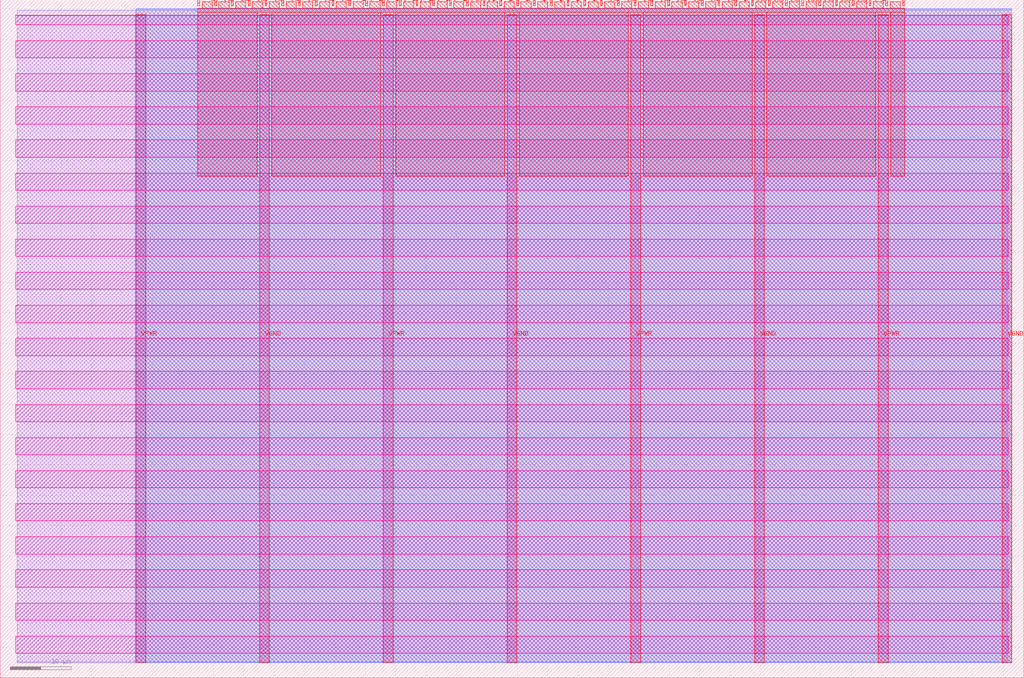
<source format=lef>
VERSION 5.7 ;
  NOWIREEXTENSIONATPIN ON ;
  DIVIDERCHAR "/" ;
  BUSBITCHARS "[]" ;
MACRO tt_um_rjmorgan11_calculator_chip
  CLASS BLOCK ;
  FOREIGN tt_um_rjmorgan11_calculator_chip ;
  ORIGIN 0.000 0.000 ;
  SIZE 168.360 BY 111.520 ;
  PIN VGND
    DIRECTION INOUT ;
    USE GROUND ;
    PORT
      LAYER met4 ;
        RECT 42.670 2.480 44.270 109.040 ;
    END
    PORT
      LAYER met4 ;
        RECT 83.380 2.480 84.980 109.040 ;
    END
    PORT
      LAYER met4 ;
        RECT 124.090 2.480 125.690 109.040 ;
    END
    PORT
      LAYER met4 ;
        RECT 164.800 2.480 166.400 109.040 ;
    END
  END VGND
  PIN VPWR
    DIRECTION INOUT ;
    USE POWER ;
    PORT
      LAYER met4 ;
        RECT 22.315 2.480 23.915 109.040 ;
    END
    PORT
      LAYER met4 ;
        RECT 63.025 2.480 64.625 109.040 ;
    END
    PORT
      LAYER met4 ;
        RECT 103.735 2.480 105.335 109.040 ;
    END
    PORT
      LAYER met4 ;
        RECT 144.445 2.480 146.045 109.040 ;
    END
  END VPWR
  PIN clk
    DIRECTION INPUT ;
    USE SIGNAL ;
    ANTENNAGATEAREA 0.852000 ;
    PORT
      LAYER met4 ;
        RECT 145.670 110.520 145.970 111.520 ;
    END
  END clk
  PIN ena
    DIRECTION INPUT ;
    USE SIGNAL ;
    ANTENNAGATEAREA 0.213000 ;
    PORT
      LAYER met4 ;
        RECT 148.430 110.520 148.730 111.520 ;
    END
  END ena
  PIN rst_n
    DIRECTION INPUT ;
    USE SIGNAL ;
    ANTENNAGATEAREA 0.213000 ;
    PORT
      LAYER met4 ;
        RECT 142.910 110.520 143.210 111.520 ;
    END
  END rst_n
  PIN ui_in[0]
    DIRECTION INPUT ;
    USE SIGNAL ;
    ANTENNAGATEAREA 0.213000 ;
    PORT
      LAYER met4 ;
        RECT 140.150 110.520 140.450 111.520 ;
    END
  END ui_in[0]
  PIN ui_in[1]
    DIRECTION INPUT ;
    USE SIGNAL ;
    ANTENNAGATEAREA 0.159000 ;
    PORT
      LAYER met4 ;
        RECT 137.390 110.520 137.690 111.520 ;
    END
  END ui_in[1]
  PIN ui_in[2]
    DIRECTION INPUT ;
    USE SIGNAL ;
    ANTENNAGATEAREA 0.159000 ;
    PORT
      LAYER met4 ;
        RECT 134.630 110.520 134.930 111.520 ;
    END
  END ui_in[2]
  PIN ui_in[3]
    DIRECTION INPUT ;
    USE SIGNAL ;
    ANTENNAGATEAREA 0.126000 ;
    PORT
      LAYER met4 ;
        RECT 131.870 110.520 132.170 111.520 ;
    END
  END ui_in[3]
  PIN ui_in[4]
    DIRECTION INPUT ;
    USE SIGNAL ;
    ANTENNAGATEAREA 0.213000 ;
    PORT
      LAYER met4 ;
        RECT 129.110 110.520 129.410 111.520 ;
    END
  END ui_in[4]
  PIN ui_in[5]
    DIRECTION INPUT ;
    USE SIGNAL ;
    ANTENNAGATEAREA 0.213000 ;
    PORT
      LAYER met4 ;
        RECT 126.350 110.520 126.650 111.520 ;
    END
  END ui_in[5]
  PIN ui_in[6]
    DIRECTION INPUT ;
    USE SIGNAL ;
    ANTENNAGATEAREA 0.213000 ;
    PORT
      LAYER met4 ;
        RECT 123.590 110.520 123.890 111.520 ;
    END
  END ui_in[6]
  PIN ui_in[7]
    DIRECTION INPUT ;
    USE SIGNAL ;
    ANTENNAGATEAREA 0.213000 ;
    PORT
      LAYER met4 ;
        RECT 120.830 110.520 121.130 111.520 ;
    END
  END ui_in[7]
  PIN uio_in[0]
    DIRECTION INPUT ;
    USE SIGNAL ;
    ANTENNAGATEAREA 0.196500 ;
    PORT
      LAYER met4 ;
        RECT 118.070 110.520 118.370 111.520 ;
    END
  END uio_in[0]
  PIN uio_in[1]
    DIRECTION INPUT ;
    USE SIGNAL ;
    ANTENNAGATEAREA 0.213000 ;
    PORT
      LAYER met4 ;
        RECT 115.310 110.520 115.610 111.520 ;
    END
  END uio_in[1]
  PIN uio_in[2]
    DIRECTION INPUT ;
    USE SIGNAL ;
    ANTENNAGATEAREA 0.159000 ;
    PORT
      LAYER met4 ;
        RECT 112.550 110.520 112.850 111.520 ;
    END
  END uio_in[2]
  PIN uio_in[3]
    DIRECTION INPUT ;
    USE SIGNAL ;
    ANTENNAGATEAREA 0.159000 ;
    PORT
      LAYER met4 ;
        RECT 109.790 110.520 110.090 111.520 ;
    END
  END uio_in[3]
  PIN uio_in[4]
    DIRECTION INPUT ;
    USE SIGNAL ;
    ANTENNAGATEAREA 0.213000 ;
    PORT
      LAYER met4 ;
        RECT 107.030 110.520 107.330 111.520 ;
    END
  END uio_in[4]
  PIN uio_in[5]
    DIRECTION INPUT ;
    USE SIGNAL ;
    PORT
      LAYER met4 ;
        RECT 104.270 110.520 104.570 111.520 ;
    END
  END uio_in[5]
  PIN uio_in[6]
    DIRECTION INPUT ;
    USE SIGNAL ;
    PORT
      LAYER met4 ;
        RECT 101.510 110.520 101.810 111.520 ;
    END
  END uio_in[6]
  PIN uio_in[7]
    DIRECTION INPUT ;
    USE SIGNAL ;
    PORT
      LAYER met4 ;
        RECT 98.750 110.520 99.050 111.520 ;
    END
  END uio_in[7]
  PIN uio_oe[0]
    DIRECTION OUTPUT TRISTATE ;
    USE SIGNAL ;
    PORT
      LAYER met4 ;
        RECT 51.830 110.520 52.130 111.520 ;
    END
  END uio_oe[0]
  PIN uio_oe[1]
    DIRECTION OUTPUT TRISTATE ;
    USE SIGNAL ;
    PORT
      LAYER met4 ;
        RECT 49.070 110.520 49.370 111.520 ;
    END
  END uio_oe[1]
  PIN uio_oe[2]
    DIRECTION OUTPUT TRISTATE ;
    USE SIGNAL ;
    PORT
      LAYER met4 ;
        RECT 46.310 110.520 46.610 111.520 ;
    END
  END uio_oe[2]
  PIN uio_oe[3]
    DIRECTION OUTPUT TRISTATE ;
    USE SIGNAL ;
    PORT
      LAYER met4 ;
        RECT 43.550 110.520 43.850 111.520 ;
    END
  END uio_oe[3]
  PIN uio_oe[4]
    DIRECTION OUTPUT TRISTATE ;
    USE SIGNAL ;
    PORT
      LAYER met4 ;
        RECT 40.790 110.520 41.090 111.520 ;
    END
  END uio_oe[4]
  PIN uio_oe[5]
    DIRECTION OUTPUT TRISTATE ;
    USE SIGNAL ;
    PORT
      LAYER met4 ;
        RECT 38.030 110.520 38.330 111.520 ;
    END
  END uio_oe[5]
  PIN uio_oe[6]
    DIRECTION OUTPUT TRISTATE ;
    USE SIGNAL ;
    PORT
      LAYER met4 ;
        RECT 35.270 110.520 35.570 111.520 ;
    END
  END uio_oe[6]
  PIN uio_oe[7]
    DIRECTION OUTPUT TRISTATE ;
    USE SIGNAL ;
    PORT
      LAYER met4 ;
        RECT 32.510 110.520 32.810 111.520 ;
    END
  END uio_oe[7]
  PIN uio_out[0]
    DIRECTION OUTPUT TRISTATE ;
    USE SIGNAL ;
    PORT
      LAYER met4 ;
        RECT 73.910 110.520 74.210 111.520 ;
    END
  END uio_out[0]
  PIN uio_out[1]
    DIRECTION OUTPUT TRISTATE ;
    USE SIGNAL ;
    PORT
      LAYER met4 ;
        RECT 71.150 110.520 71.450 111.520 ;
    END
  END uio_out[1]
  PIN uio_out[2]
    DIRECTION OUTPUT TRISTATE ;
    USE SIGNAL ;
    PORT
      LAYER met4 ;
        RECT 68.390 110.520 68.690 111.520 ;
    END
  END uio_out[2]
  PIN uio_out[3]
    DIRECTION OUTPUT TRISTATE ;
    USE SIGNAL ;
    PORT
      LAYER met4 ;
        RECT 65.630 110.520 65.930 111.520 ;
    END
  END uio_out[3]
  PIN uio_out[4]
    DIRECTION OUTPUT TRISTATE ;
    USE SIGNAL ;
    PORT
      LAYER met4 ;
        RECT 62.870 110.520 63.170 111.520 ;
    END
  END uio_out[4]
  PIN uio_out[5]
    DIRECTION OUTPUT TRISTATE ;
    USE SIGNAL ;
    ANTENNADIFFAREA 0.445500 ;
    PORT
      LAYER met4 ;
        RECT 60.110 110.520 60.410 111.520 ;
    END
  END uio_out[5]
  PIN uio_out[6]
    DIRECTION OUTPUT TRISTATE ;
    USE SIGNAL ;
    ANTENNADIFFAREA 0.445500 ;
    PORT
      LAYER met4 ;
        RECT 57.350 110.520 57.650 111.520 ;
    END
  END uio_out[6]
  PIN uio_out[7]
    DIRECTION OUTPUT TRISTATE ;
    USE SIGNAL ;
    ANTENNADIFFAREA 0.795200 ;
    PORT
      LAYER met4 ;
        RECT 54.590 110.520 54.890 111.520 ;
    END
  END uio_out[7]
  PIN uo_out[0]
    DIRECTION OUTPUT TRISTATE ;
    USE SIGNAL ;
    ANTENNADIFFAREA 0.445500 ;
    PORT
      LAYER met4 ;
        RECT 95.990 110.520 96.290 111.520 ;
    END
  END uo_out[0]
  PIN uo_out[1]
    DIRECTION OUTPUT TRISTATE ;
    USE SIGNAL ;
    ANTENNADIFFAREA 0.795200 ;
    PORT
      LAYER met4 ;
        RECT 93.230 110.520 93.530 111.520 ;
    END
  END uo_out[1]
  PIN uo_out[2]
    DIRECTION OUTPUT TRISTATE ;
    USE SIGNAL ;
    ANTENNADIFFAREA 0.445500 ;
    PORT
      LAYER met4 ;
        RECT 90.470 110.520 90.770 111.520 ;
    END
  END uo_out[2]
  PIN uo_out[3]
    DIRECTION OUTPUT TRISTATE ;
    USE SIGNAL ;
    ANTENNADIFFAREA 0.795200 ;
    PORT
      LAYER met4 ;
        RECT 87.710 110.520 88.010 111.520 ;
    END
  END uo_out[3]
  PIN uo_out[4]
    DIRECTION OUTPUT TRISTATE ;
    USE SIGNAL ;
    ANTENNADIFFAREA 0.445500 ;
    PORT
      LAYER met4 ;
        RECT 84.950 110.520 85.250 111.520 ;
    END
  END uo_out[4]
  PIN uo_out[5]
    DIRECTION OUTPUT TRISTATE ;
    USE SIGNAL ;
    ANTENNADIFFAREA 0.795200 ;
    PORT
      LAYER met4 ;
        RECT 82.190 110.520 82.490 111.520 ;
    END
  END uo_out[5]
  PIN uo_out[6]
    DIRECTION OUTPUT TRISTATE ;
    USE SIGNAL ;
    ANTENNADIFFAREA 0.445500 ;
    PORT
      LAYER met4 ;
        RECT 79.430 110.520 79.730 111.520 ;
    END
  END uo_out[6]
  PIN uo_out[7]
    DIRECTION OUTPUT TRISTATE ;
    USE SIGNAL ;
    ANTENNADIFFAREA 0.445500 ;
    PORT
      LAYER met4 ;
        RECT 76.670 110.520 76.970 111.520 ;
    END
  END uo_out[7]
  OBS
      LAYER nwell ;
        RECT 2.570 107.385 165.790 108.990 ;
        RECT 2.570 101.945 165.790 104.775 ;
        RECT 2.570 96.505 165.790 99.335 ;
        RECT 2.570 91.065 165.790 93.895 ;
        RECT 2.570 85.625 165.790 88.455 ;
        RECT 2.570 80.185 165.790 83.015 ;
        RECT 2.570 74.745 165.790 77.575 ;
        RECT 2.570 69.305 165.790 72.135 ;
        RECT 2.570 63.865 165.790 66.695 ;
        RECT 2.570 58.425 165.790 61.255 ;
        RECT 2.570 52.985 165.790 55.815 ;
        RECT 2.570 47.545 165.790 50.375 ;
        RECT 2.570 42.105 165.790 44.935 ;
        RECT 2.570 36.665 165.790 39.495 ;
        RECT 2.570 31.225 165.790 34.055 ;
        RECT 2.570 25.785 165.790 28.615 ;
        RECT 2.570 20.345 165.790 23.175 ;
        RECT 2.570 14.905 165.790 17.735 ;
        RECT 2.570 9.465 165.790 12.295 ;
        RECT 2.570 4.025 165.790 6.855 ;
      LAYER li1 ;
        RECT 2.760 2.635 165.600 108.885 ;
      LAYER met1 ;
        RECT 2.760 2.480 166.400 109.780 ;
      LAYER met2 ;
        RECT 22.345 2.535 166.370 110.005 ;
      LAYER met3 ;
        RECT 22.325 2.555 166.390 109.985 ;
      LAYER met4 ;
        RECT 33.210 110.120 34.870 111.170 ;
        RECT 35.970 110.120 37.630 111.170 ;
        RECT 38.730 110.120 40.390 111.170 ;
        RECT 41.490 110.120 43.150 111.170 ;
        RECT 44.250 110.120 45.910 111.170 ;
        RECT 47.010 110.120 48.670 111.170 ;
        RECT 49.770 110.120 51.430 111.170 ;
        RECT 52.530 110.120 54.190 111.170 ;
        RECT 55.290 110.120 56.950 111.170 ;
        RECT 58.050 110.120 59.710 111.170 ;
        RECT 60.810 110.120 62.470 111.170 ;
        RECT 63.570 110.120 65.230 111.170 ;
        RECT 66.330 110.120 67.990 111.170 ;
        RECT 69.090 110.120 70.750 111.170 ;
        RECT 71.850 110.120 73.510 111.170 ;
        RECT 74.610 110.120 76.270 111.170 ;
        RECT 77.370 110.120 79.030 111.170 ;
        RECT 80.130 110.120 81.790 111.170 ;
        RECT 82.890 110.120 84.550 111.170 ;
        RECT 85.650 110.120 87.310 111.170 ;
        RECT 88.410 110.120 90.070 111.170 ;
        RECT 91.170 110.120 92.830 111.170 ;
        RECT 93.930 110.120 95.590 111.170 ;
        RECT 96.690 110.120 98.350 111.170 ;
        RECT 99.450 110.120 101.110 111.170 ;
        RECT 102.210 110.120 103.870 111.170 ;
        RECT 104.970 110.120 106.630 111.170 ;
        RECT 107.730 110.120 109.390 111.170 ;
        RECT 110.490 110.120 112.150 111.170 ;
        RECT 113.250 110.120 114.910 111.170 ;
        RECT 116.010 110.120 117.670 111.170 ;
        RECT 118.770 110.120 120.430 111.170 ;
        RECT 121.530 110.120 123.190 111.170 ;
        RECT 124.290 110.120 125.950 111.170 ;
        RECT 127.050 110.120 128.710 111.170 ;
        RECT 129.810 110.120 131.470 111.170 ;
        RECT 132.570 110.120 134.230 111.170 ;
        RECT 135.330 110.120 136.990 111.170 ;
        RECT 138.090 110.120 139.750 111.170 ;
        RECT 140.850 110.120 142.510 111.170 ;
        RECT 143.610 110.120 145.270 111.170 ;
        RECT 146.370 110.120 148.030 111.170 ;
        RECT 32.495 109.440 148.745 110.120 ;
        RECT 32.495 82.455 42.270 109.440 ;
        RECT 44.670 82.455 62.625 109.440 ;
        RECT 65.025 82.455 82.980 109.440 ;
        RECT 85.380 82.455 103.335 109.440 ;
        RECT 105.735 82.455 123.690 109.440 ;
        RECT 126.090 82.455 144.045 109.440 ;
        RECT 146.445 82.455 148.745 109.440 ;
  END
END tt_um_rjmorgan11_calculator_chip
END LIBRARY


</source>
